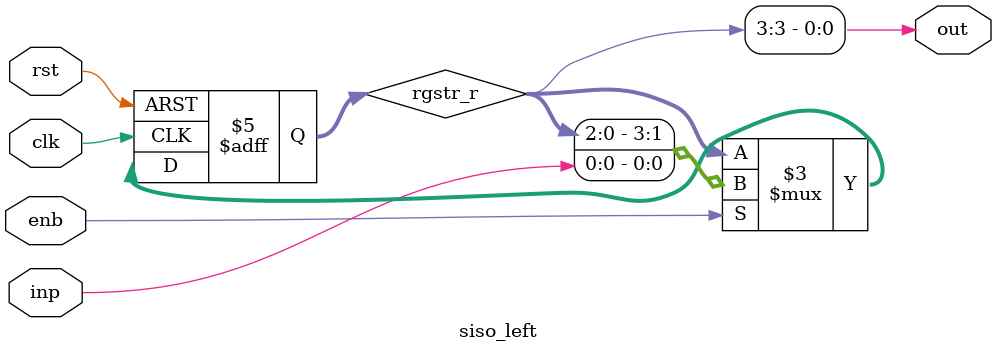
<source format=sv>
module siso_left #(
parameter DW = 4
) (
input               clk,
input               rst,
input               enb,
input               inp,
output              out
);

logic [DW-1:0]      rgstr_r;

always_ff@(posedge clk or negedge rst) begin: rgstr_label
    if(!rst)
        rgstr_r  <= '0;
    else if (enb)
        rgstr_r  <= {rgstr_r[DW-2:0], inp};
end:rgstr_label

assign out  = rgstr_r[DW-1];

//TODO: try to design a siso register where shifting is performed to the right instead of the left

endmodule

</source>
